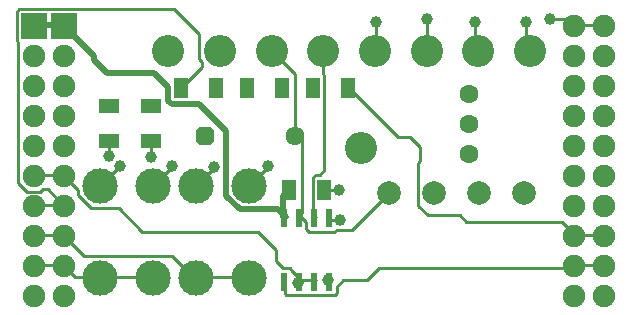
<source format=gbr>
G04 Generated by Ultiboard 13.0 *
%FSLAX25Y25*%
%MOIN*%

%ADD10C,0.00001*%
%ADD11C,0.01000*%
%ADD12C,0.02000*%
%ADD13C,0.10700*%
%ADD14C,0.07500*%
%ADD15R,0.08500X0.08500*%
%ADD16C,0.11811*%
%ADD17R,0.07087X0.04528*%
%ADD18R,0.02362X0.06102*%
%ADD19C,0.03937*%
%ADD20R,0.04528X0.07087*%
%ADD21C,0.07874*%
%ADD22R,0.02667X0.02667*%
%ADD23C,0.03333*%
%ADD24C,0.06334*%
%ADD25C,0.06299*%


G04 ColorRGB 00FF00 for the following layer *
%LNCopper Top*%
%LPD*%
G54D10*
G54D11*
X338772Y246288D02*
X339000Y246060D01*
X373246Y246288D02*
X373000Y246042D01*
X390483Y246288D02*
X390000Y245805D01*
X247142Y201354D02*
X253787Y208000D01*
X264858Y201354D02*
X271000Y207496D01*
X271000Y208000D01*
X279142Y201354D02*
X285000Y207213D01*
X285000Y207606D01*
X296858Y201354D02*
X303000Y207496D01*
X303000Y207748D01*
X323000Y191130D02*
X324130Y190000D01*
X327032Y190000D01*
X250000Y211394D02*
X250000Y216094D01*
X264000Y211000D02*
X264000Y216094D01*
X225000Y204500D02*
X225500Y205000D01*
X234750Y205000D01*
X305819Y176163D02*
X308061Y173921D01*
X299740Y186079D02*
X305819Y180000D01*
X253321Y193949D02*
X261191Y186079D01*
X234750Y205000D02*
X239736Y200014D01*
X239736Y198287D01*
X244074Y193949D01*
X253321Y193949D01*
X261191Y186079D02*
X299740Y186079D01*
X305819Y180000D02*
X305819Y176163D01*
X308061Y173921D02*
X310302Y173921D01*
X311181Y173043D01*
X311181Y172819D02*
X314000Y170000D01*
X318935Y170000D02*
X314000Y170000D01*
X225000Y194500D02*
X225500Y195000D01*
X234750Y195000D01*
X225000Y184500D02*
X225500Y185000D01*
X234750Y185000D01*
X241699Y178051D01*
X270949Y178051D01*
X278822Y170178D01*
X279644Y171000D01*
X296894Y171000D01*
X225000Y174500D02*
X225500Y175000D01*
X234750Y175000D01*
X238750Y171000D01*
X264894Y171000D01*
X415000Y184500D02*
X414500Y185000D01*
X405250Y185000D01*
X369200Y189250D02*
X366926Y191524D01*
X405250Y185000D02*
X401000Y189250D01*
X369200Y189250D01*
X366926Y191524D02*
X356248Y191524D01*
X353063Y194709D01*
X353063Y209049D01*
X353667Y209653D01*
X353667Y214347D01*
X350347Y217667D01*
X346333Y217667D01*
X330000Y234000D01*
X415000Y174500D02*
X414500Y175000D01*
X328207Y169750D02*
X326181Y167724D01*
X340149Y173921D02*
X335977Y169750D01*
X405250Y175000D02*
X404171Y173921D01*
X340149Y173921D01*
X335977Y169750D02*
X328207Y169750D01*
X326181Y167724D02*
X326181Y165698D01*
X325302Y164819D01*
X281021Y241021D02*
X274033Y234033D01*
X280211Y243450D02*
X281021Y242641D01*
X280211Y251850D02*
X280211Y243450D01*
X220129Y260250D02*
X271811Y260250D01*
X219250Y259371D02*
X220129Y260250D01*
X219250Y249629D02*
X219250Y259371D01*
X219750Y249129D02*
X219250Y249629D01*
X219750Y202325D02*
X219750Y249129D01*
X222825Y199250D02*
X219750Y202325D01*
X227175Y199250D02*
X222825Y199250D01*
X228006Y200081D02*
X227175Y199250D01*
X234750Y195000D02*
X229669Y200081D01*
X228006Y200081D01*
X271811Y260250D02*
X280211Y251850D01*
X281021Y242641D02*
X281021Y241021D01*
X326782Y200000D02*
X321906Y200000D01*
X338772Y246288D02*
X339000Y246516D01*
X339000Y256000D01*
X356000Y246297D02*
X356000Y257000D01*
X373246Y246288D02*
X372000Y247534D01*
X372000Y256000D01*
X390483Y246288D02*
X389000Y247771D01*
X389000Y256000D01*
X343500Y198961D02*
X331071Y186531D01*
X325755Y186531D01*
X325302Y186079D01*
X316698Y186079D01*
X315819Y186957D01*
X315819Y189181D01*
X314000Y191000D01*
X304298Y246288D02*
X312000Y238586D01*
X312000Y219000D01*
X314331Y216669D01*
X314331Y192331D01*
X313046Y191046D01*
X321858Y206462D02*
X320439Y205043D01*
X321535Y246288D02*
X321535Y238488D01*
X321858Y238165D01*
X321858Y206462D01*
X320439Y205043D02*
X319020Y205043D01*
X318142Y204165D01*
X318142Y191858D01*
X318954Y191046D01*
X414500Y175000D02*
X405250Y175000D01*
X403000Y257000D02*
X397000Y257000D01*
X415000Y254500D02*
X414500Y255000D01*
X405000Y255000D02*
X403000Y257000D01*
X414500Y255000D02*
X405000Y255000D01*
X308819Y169181D02*
X308046Y169954D01*
X309112Y164819D02*
X308819Y165112D01*
X308819Y169181D01*
X325302Y164819D02*
X309112Y164819D01*
G54D12*
X225000Y254500D02*
X225500Y255000D01*
X234750Y255000D01*
X306551Y193449D02*
X308954Y191046D01*
X293584Y193449D02*
X306551Y193449D01*
X288953Y198080D02*
X293584Y193449D01*
X288953Y204629D02*
X288953Y198080D01*
X288969Y219474D02*
X288969Y204645D01*
X271002Y228457D02*
X279985Y228457D01*
X269831Y229628D02*
X271002Y228457D01*
X269831Y234283D02*
X269831Y229628D01*
X249543Y238938D02*
X265176Y238938D01*
X245237Y243243D02*
X249543Y238938D01*
X245237Y244513D02*
X245237Y243243D01*
X234750Y255000D02*
X245237Y244513D01*
X265176Y238938D02*
X269831Y234283D01*
X279985Y228457D02*
X288969Y219474D01*
X308000Y197906D02*
X308000Y191065D01*
X310094Y200000D02*
X308000Y197906D01*
G54D13*
X338772Y246288D03*
X356009Y246288D03*
X373246Y246288D03*
X390483Y246288D03*
X269824Y246288D03*
X287061Y246288D03*
X321535Y246288D03*
X304298Y246288D03*
X334000Y214000D03*
G54D14*
X235000Y244500D03*
X235000Y234500D03*
X235000Y224500D03*
X235000Y214500D03*
X235000Y204500D03*
X235000Y194500D03*
X235000Y184500D03*
X235000Y174500D03*
X235000Y164500D03*
X405000Y244500D03*
X405000Y234500D03*
X405000Y224500D03*
X405000Y214500D03*
X405000Y204500D03*
X405000Y194500D03*
X405000Y184500D03*
X405000Y174500D03*
X405000Y164500D03*
X405000Y254500D03*
X225000Y244500D03*
X225000Y234500D03*
X225000Y164500D03*
X225000Y174500D03*
X225000Y184500D03*
X225000Y194500D03*
X225000Y204500D03*
X225000Y214500D03*
X225000Y224500D03*
X415000Y254500D03*
X415000Y244500D03*
X415000Y234500D03*
X415000Y224500D03*
X415000Y214500D03*
X415000Y204500D03*
X415000Y194500D03*
X415000Y184500D03*
X415000Y174500D03*
X415000Y164500D03*
G54D15*
X225000Y254500D03*
X235000Y254500D03*
G54D16*
X247142Y170646D03*
X264858Y170646D03*
X247142Y201354D03*
X264858Y201354D03*
X296858Y201354D03*
X279142Y201354D03*
X296858Y170646D03*
X279142Y170646D03*
G54D17*
X250000Y216094D03*
X250000Y227906D03*
X264000Y216094D03*
X264000Y227906D03*
G54D18*
X318500Y169370D03*
X323500Y169370D03*
X308500Y169370D03*
X313500Y169370D03*
X323500Y190630D03*
X318500Y190630D03*
X313500Y190630D03*
X308500Y190630D03*
G54D19*
X253787Y208000D03*
X271000Y208000D03*
X285000Y207606D03*
X303000Y207748D03*
X326782Y200000D03*
X327032Y190000D03*
X250000Y211394D03*
X264000Y211000D03*
X250000Y227906D03*
X285953Y234000D03*
X264000Y227906D03*
X318000Y234000D03*
X296000Y234000D03*
X339000Y256000D03*
X356000Y257000D03*
X372000Y256000D03*
X389000Y256000D03*
X308000Y235000D03*
X313000Y169000D03*
X323000Y170000D03*
X397000Y257000D03*
G54D20*
X318094Y234000D03*
X329906Y234000D03*
X274094Y234000D03*
X285906Y234000D03*
X296094Y234000D03*
X307906Y234000D03*
X321906Y200000D03*
X310094Y200000D03*
G54D21*
X388500Y198961D03*
X373500Y198961D03*
X358500Y198961D03*
X343500Y198961D03*
G54D22*
X282000Y218000D03*
G54D23*
X280667Y216667D02*
X283333Y216667D01*
X283333Y219333D01*
X280667Y219333D01*
X280667Y216667D01*D02*
G54D24*
X312000Y218000D03*
G54D25*
X369961Y232000D03*
X369961Y222000D03*
X369961Y212000D03*

M02*

</source>
